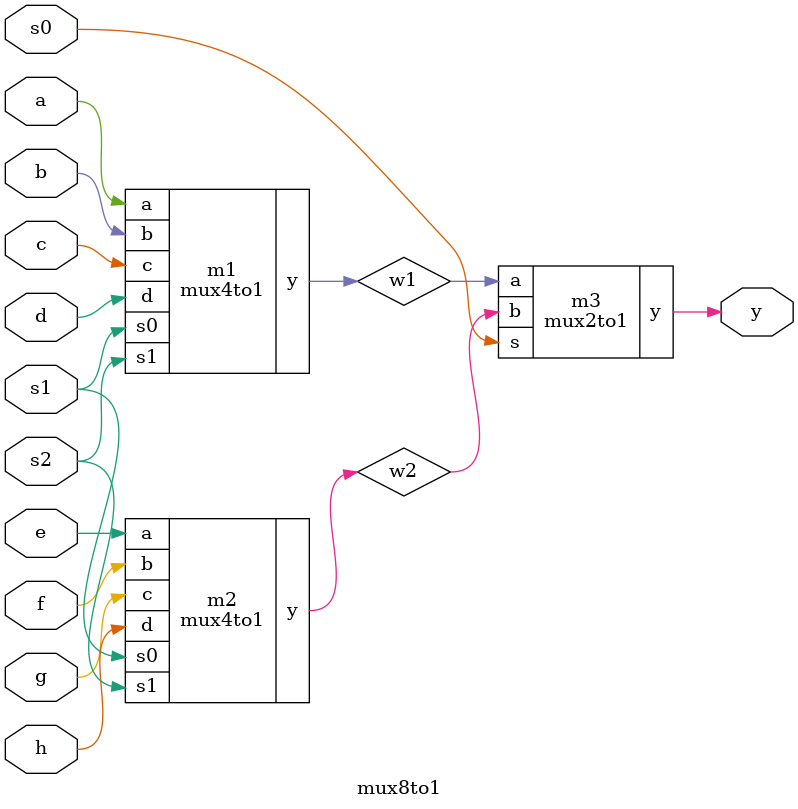
<source format=v>
module mux2to1(a,b,s,y);
  input a,b,s;
  output y;
  assign y=~s&a|s&b;
endmodule

module mux4to1 (a,b,c,d,s0,s1,y);
  input a,b,c,d,s0,s1;
  output y;
  assign y=~s0&~s1&a|~s0&s1&b|s0&~s1&c|s0&s1&d;
endmodule

module mux8to1 (a,b,c,d,e,f,g,h,s2,s1,s0,y);
  input a,b,c,d,e,f,g,h,s2,s1,s0;
  output y;
  wire w1,w2;
  mux4to1 m1(.a(a),.b(b),.c(c),.d(d),.s0(s1),.s1(s2),.y(w1));
  mux4to1 m2(.a(e),.b(f),.c(g),.d(h),.s0(s1),.s1(s2),.y(w2));
  mux2to1 m3(.a(w1),.b(w2),.s(s0),.y(y));
endmodule
  
  
  

</source>
